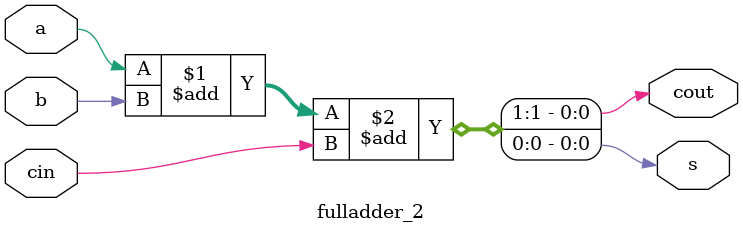
<source format=v>
`timescale 1ns / 1ns


module fulladder_2(cout, s, a, b, cin);

output cout;
output s;
input a;
input b;
input cin;
assign {cout,s} = a + b + cin;

endmodule

</source>
